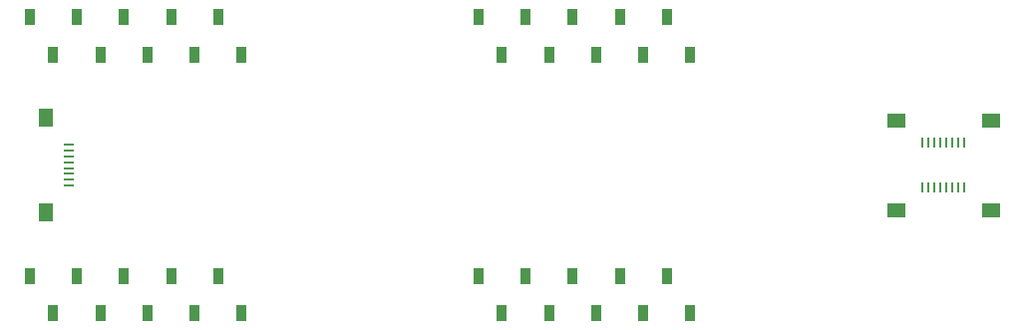
<source format=gtp>
%TF.GenerationSoftware,KiCad,Pcbnew,(5.1.9)-1*%
%TF.CreationDate,2021-03-01T18:45:07-05:00*%
%TF.ProjectId,multicntr_filled,6d756c74-6963-46e7-9472-5f66696c6c65,A*%
%TF.SameCoordinates,Original*%
%TF.FileFunction,Paste,Top*%
%TF.FilePolarity,Positive*%
%FSLAX46Y46*%
G04 Gerber Fmt 4.6, Leading zero omitted, Abs format (unit mm)*
G04 Created by KiCad (PCBNEW (5.1.9)-1) date 2021-03-01 18:45:07*
%MOMM*%
%LPD*%
G01*
G04 APERTURE LIST*
%ADD10R,1.187040X1.523040*%
%ADD11R,0.899040X0.227040*%
%ADD12R,1.523040X1.187040*%
%ADD13R,0.227040X0.899040*%
%ADD14R,0.899040X1.475040*%
G04 APERTURE END LIST*
D10*
%TO.C,J1*%
X131381000Y-101025920D03*
X131381000Y-92975920D03*
D11*
X133281000Y-98750920D03*
X133281000Y-98250920D03*
X133281000Y-97750920D03*
X133281000Y-97250920D03*
X133281000Y-96750920D03*
X133281000Y-96250920D03*
X133281000Y-95750920D03*
X133281000Y-95250920D03*
%TD*%
D12*
%TO.C,J3*%
X211606000Y-100810920D03*
X203556000Y-100810920D03*
D13*
X209331000Y-98910920D03*
X208831000Y-98910920D03*
X208331000Y-98910920D03*
X207831000Y-98910920D03*
X207331000Y-98910920D03*
X206831000Y-98910920D03*
X206331000Y-98910920D03*
X205831000Y-98910920D03*
%TD*%
D12*
%TO.C,J4*%
X203556000Y-93190920D03*
X211606000Y-93190920D03*
D13*
X205831000Y-95090920D03*
X206331000Y-95090920D03*
X206831000Y-95090920D03*
X207331000Y-95090920D03*
X207831000Y-95090920D03*
X208331000Y-95090920D03*
X208831000Y-95090920D03*
X209331000Y-95090920D03*
%TD*%
D14*
%TO.C,P2*%
X168101000Y-106400920D03*
X170101000Y-109600920D03*
X172101000Y-106400920D03*
X174101000Y-109600920D03*
X176101000Y-106400920D03*
X178101000Y-109600920D03*
X180101000Y-106400920D03*
X182101000Y-109600920D03*
X184101000Y-106400920D03*
X186101000Y-109600920D03*
%TD*%
%TO.C,P1*%
X168101000Y-84400920D03*
X170101000Y-87600920D03*
X172101000Y-84400920D03*
X174101000Y-87600920D03*
X176101000Y-84400920D03*
X178101000Y-87600920D03*
X180101000Y-84400920D03*
X182101000Y-87600920D03*
X184101000Y-84400920D03*
X186101000Y-87600920D03*
%TD*%
%TO.C,P1*%
X148001000Y-87600920D03*
X146001000Y-84400920D03*
X144001000Y-87600920D03*
X142001000Y-84400920D03*
X140001000Y-87600920D03*
X138001000Y-84400920D03*
X136001000Y-87600920D03*
X134001000Y-84400920D03*
X132001000Y-87600920D03*
X130001000Y-84400920D03*
%TD*%
%TO.C,P2*%
X148001000Y-109600920D03*
X146001000Y-106400920D03*
X144001000Y-109600920D03*
X142001000Y-106400920D03*
X140001000Y-109600920D03*
X138001000Y-106400920D03*
X136001000Y-109600920D03*
X134001000Y-106400920D03*
X132001000Y-109600920D03*
X130001000Y-106400920D03*
%TD*%
M02*

</source>
